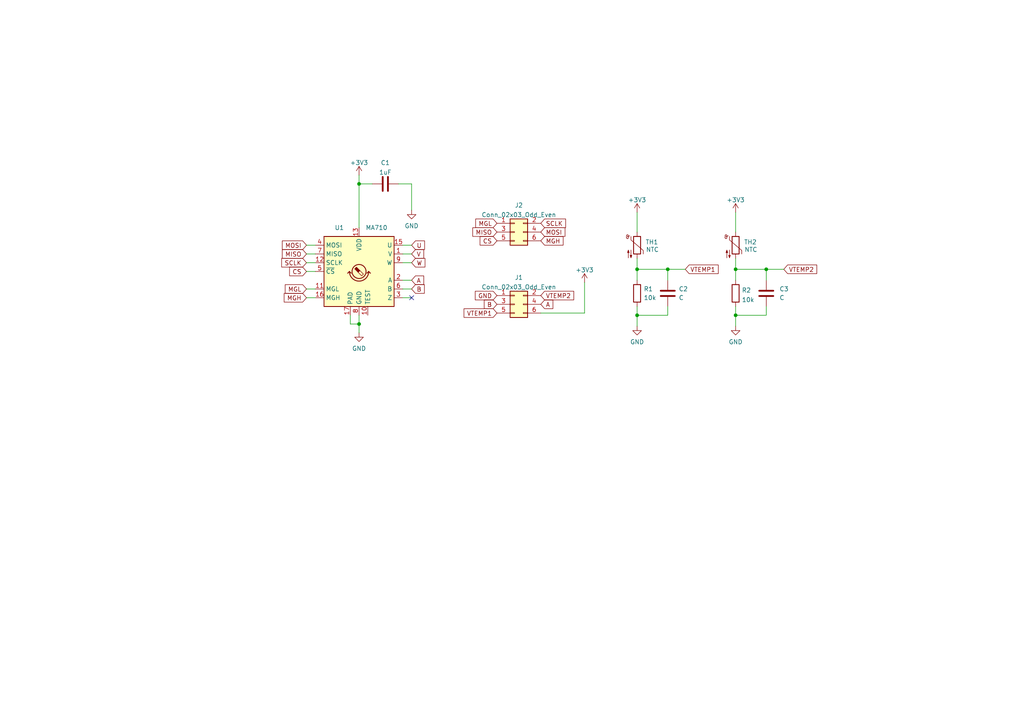
<source format=kicad_sch>
(kicad_sch (version 20211123) (generator eeschema)
  (paper "A4")
  (lib_symbols
    (symbol "Connector_Generic:Conn_02x03_Odd_Even" (pin_names (offset 1.016) hide)
      (property "Reference" "J" (at 1.27 5.08 0))
      (property "Value" "Conn_02x03_Odd_Even" (at 1.27 -5.08 0))
      (symbol "Conn_02x03_Odd_Even_1_1"
        (rectangle (start -1.27 -2.413) (end 0 -2.667) (stroke (width 0.1524)))
        (rectangle (start -1.27 0.127) (end 0 -0.127) (stroke (width 0.1524)))
        (rectangle (start -1.27 2.667) (end 0 2.413) (stroke (width 0.1524)))
        (rectangle (start -1.27 3.81) (end 3.81 -3.81) (stroke (width 0.254)) (fill (type background)))
        (rectangle (start 3.81 -2.413) (end 2.54 -2.667) (stroke (width 0.1524)))
        (rectangle (start 3.81 0.127) (end 2.54 -0.127) (stroke (width 0.1524)))
        (rectangle (start 3.81 2.667) (end 2.54 2.413) (stroke (width 0.1524)))
        (pin passive line (at -5.08 2.54 0) (length 3.81) (name "Pin_1") (number "1"))
        (pin passive line (at 7.62 2.54 180) (length 3.81) (name "Pin_2") (number "2"))
        (pin passive line (at -5.08 0 0) (length 3.81) (name "Pin_3") (number "3"))
        (pin passive line (at 7.62 0 180) (length 3.81) (name "Pin_4") (number "4"))
        (pin passive line (at -5.08 -2.54 0) (length 3.81) (name "Pin_5") (number "5"))
        (pin passive line (at 7.62 -2.54 180) (length 3.81) (name "Pin_6") (number "6"))
      )
    )
    (symbol "Device:C" (pin_numbers hide) (pin_names (offset 0.254))
      (property "Reference" "C" (at 0.635 2.54 0))
      (property "Value" "C" (at 0.635 -2.54 0))
      (symbol "C_0_1"
        (polyline (pts (xy -2.032 -0.762) (xy 2.032 -0.762)) (stroke (width 0.508)))
        (polyline (pts (xy -2.032 0.762) (xy 2.032 0.762)) (stroke (width 0.508)))
      )
      (symbol "C_1_1"
        (pin passive line (at 0 3.81 270) (length 2.794) (name "~") (number "1"))
        (pin passive line (at 0 -3.81 90) (length 2.794) (name "~") (number "2"))
      )
    )
    (symbol "Device:R" (pin_numbers hide) (pin_names (offset 0))
      (property "Reference" "R" (at 2.032 0 90))
      (property "Value" "R" (at 0 0 90))
      (symbol "R_0_1"
        (rectangle (start -1.016 -2.54) (end 1.016 2.54) (stroke (width 0.254)))
      )
      (symbol "R_1_1"
        (pin passive line (at 0 3.81 270) (length 1.27) (name "~") (number "1"))
        (pin passive line (at 0 -3.81 90) (length 1.27) (name "~") (number "2"))
      )
    )
    (symbol "Device:Thermistor_NTC" (pin_numbers hide) (pin_names (offset 0))
      (property "Reference" "TH" (at -4.445 0 90))
      (property "Value" "Thermistor_NTC" (at 3.175 0 90))
      (symbol "Thermistor_NTC_0_1"
        (arc (start -3.048 2.159) (mid -3.0505 2.3165) (end -3.175 2.413))
        (arc (start -3.048 2.159) (mid -2.9736 1.9794) (end -2.794 1.905))
        (arc (start -3.048 2.794) (mid -2.9736 2.6144) (end -2.794 2.54))
        (arc (start -2.794 1.905) (mid -2.6144 1.9794) (end -2.54 2.159))
        (arc (start -2.794 2.54) (mid -2.434 2.5608) (end -2.159 2.794))
        (arc (start -2.794 3.048) (mid -2.9736 2.9736) (end -3.048 2.794))
        (arc (start -2.54 2.794) (mid -2.6144 2.9736) (end -2.794 3.048))
        (rectangle (start -1.016 2.54) (end 1.016 -2.54) (stroke (width 0.254)))
        (polyline (pts (xy -2.54 2.159) (xy -2.54 2.794)))
        (polyline (pts (xy -1.778 2.54) (xy -1.778 1.524) (xy 1.778 -1.524) (xy 1.778 -2.54)))
        (polyline (pts (xy -2.54 -3.683) (xy -2.54 -1.397) (xy -2.794 -2.159) (xy -2.286 -2.159) (xy -2.54 -1.397) (xy -2.54 -1.651)) (fill (type outline)))
        (polyline (pts (xy -1.778 -1.397) (xy -1.778 -3.683) (xy -2.032 -2.921) (xy -1.524 -2.921) (xy -1.778 -3.683) (xy -1.778 -3.429)) (fill (type outline)))
      )
      (symbol "Thermistor_NTC_1_1"
        (pin passive line (at 0 3.81 270) (length 1.27) (name "~") (number "1"))
        (pin passive line (at 0 -3.81 90) (length 1.27) (name "~") (number "2"))
      )
    )
    (symbol "MA310:MA310"
      (property "Reference" "U" (at -10.16 11.43 0))
      (property "Value" "MA310" (at 10.16 11.43 0))
      (symbol "MA310_0_1"
        (rectangle (start -10.16 10.16) (end 10.16 -10.16) (stroke (width 0.254)) (fill (type background)))
        (arc (start -2.794 0) (mid 0 -2.794) (end 2.794 0) (stroke (width 0.254)))
        (polyline (pts (xy -2.794 0) (xy -3.302 -0.508)) (stroke (width 0.254)))
        (polyline (pts (xy -2.794 0) (xy -2.286 -0.508)) (stroke (width 0.254)))
        (polyline (pts (xy 2.794 0) (xy 2.286 -0.508)) (stroke (width 0.254)))
        (polyline (pts (xy 2.794 0) (xy 3.302 -0.508)) (stroke (width 0.254)))
      )
      (symbol "MA310_1_1"
        (polyline (pts (xy 0.254 0.254) (xy 1.27 -0.762) (xy 0.762 -1.27) (xy -0.254 -0.254)))
        (polyline (pts (xy -0.762 1.27) (xy 0.254 0.254) (xy -0.254 -0.254) (xy -1.27 0.762) (xy -1.016 1.016) (xy -0.762 1.27) (xy -0.635 1.143)) (fill (type outline)))
        (circle (center 0 0) (radius 2.032) (stroke (width 0.254)))
        (pin output line (at 12.7 5.08 180) (length 2.54) (name "V") (number "1"))
        (pin passive line (at 2.54 -12.7 90) (length 2.54) (name "TEST") (number "10"))
        (pin output line (at -12.7 -5.08 0) (length 2.54) (name "MGL") (number "11"))
        (pin input line (at -12.7 2.54 0) (length 2.54) (name "SCLK") (number "12"))
        (pin power_in line (at 0 12.7 270) (length 2.54) (name "VDD") (number "13"))
        (pin no_connect line (at 5.08 -10.16 90) (length 2.54) hide (name "NC") (number "14"))
        (pin input line (at 12.7 7.62 180) (length 2.54) (name "U") (number "15"))
        (pin output line (at -12.7 -7.62 0) (length 2.54) (name "MGH") (number "16"))
        (pin input line (at -2.54 -12.7 90) (length 2.54) (name "PAD") (number "17"))
        (pin output line (at 12.7 -2.54 180) (length 2.54) (name "A") (number "2"))
        (pin output line (at 12.7 -7.62 180) (length 2.54) (name "Z") (number "3"))
        (pin input line (at -12.7 7.62 0) (length 2.54) (name "MOSI") (number "4"))
        (pin input line (at -12.7 0 0) (length 2.54) (name "~{CS}") (number "5"))
        (pin output line (at 12.7 -5.08 180) (length 2.54) (name "B") (number "6"))
        (pin output line (at -12.7 5.08 0) (length 2.54) (name "MISO") (number "7"))
        (pin power_in line (at 0 -12.7 90) (length 2.54) (name "GND") (number "8"))
        (pin output line (at 12.7 2.54 180) (length 2.54) (name "W") (number "9"))
      )
    )
    (symbol "power:+3.3V" (power) (pin_names (offset 0))
      (property "Value" "+3.3V" (at 0 3.556 0))
      (symbol "+3.3V_0_1"
        (polyline (pts (xy -0.762 1.27) (xy 0 2.54)))
        (polyline (pts (xy 0 0) (xy 0 2.54)))
        (polyline (pts (xy 0 2.54) (xy 0.762 1.27)))
      )
      (symbol "+3.3V_1_1"
        (pin power_in line (at 0 0 90) (length 0) hide (name "+3V3") (number "1"))
      )
    )
    (symbol "power:GND" (power) (pin_names (offset 0))
      (property "Value" "GND" (at 0 -3.81 0))
      (symbol "GND_0_1"
        (polyline (pts (xy 0 0) (xy 0 -1.27) (xy 1.27 -1.27) (xy 0 -2.54) (xy -1.27 -1.27) (xy 0 -1.27)))
      )
      (symbol "GND_1_1"
        (pin power_in line (at 0 0 270) (length 0) hide (name "GND") (number "1"))
      )
    )
  )
  (junction (at 213.36 78.105))
  (junction (at 184.785 78.105))
  (junction (at 193.675 78.105))
  (junction (at 213.36 91.44))
  (junction (at 184.785 91.44))
  (junction (at 104.14 53.34))
  (junction (at 104.14 93.98))
  (junction (at 222.25 78.105))
  (no_connect (at 119.38 86.36))
  (wire (pts (xy 104.14 50.8) (xy 104.14 53.34)))
  (wire (pts (xy 184.785 91.44) (xy 184.785 94.615)))
  (wire (pts (xy 88.9 76.2) (xy 91.44 76.2)))
  (wire (pts (xy 213.36 91.44) (xy 213.36 94.615)))
  (wire (pts (xy 222.25 78.105) (xy 222.25 81.28)))
  (wire (pts (xy 184.785 78.105) (xy 193.675 78.105)))
  (wire (pts (xy 213.36 78.105) (xy 222.25 78.105)))
  (wire (pts (xy 116.84 83.82) (xy 119.38 83.82)))
  (wire (pts (xy 184.785 74.93) (xy 184.785 78.105)))
  (wire (pts (xy 104.14 53.34) (xy 104.14 66.04)))
  (wire (pts (xy 184.785 88.9) (xy 184.785 91.44)))
  (wire (pts (xy 116.84 86.36) (xy 119.38 86.36)))
  (wire (pts (xy 101.6 91.44) (xy 101.6 93.98)))
  (wire (pts (xy 101.6 93.98) (xy 104.14 93.98)))
  (wire (pts (xy 222.25 88.9) (xy 222.25 91.44)))
  (wire (pts (xy 169.545 81.915) (xy 169.545 90.805)))
  (wire (pts (xy 169.545 90.805) (xy 156.845 90.805)))
  (wire (pts (xy 88.9 73.66) (xy 91.44 73.66)))
  (wire (pts (xy 213.36 88.9) (xy 213.36 91.44)))
  (wire (pts (xy 104.14 53.34) (xy 107.95 53.34)))
  (wire (pts (xy 116.84 81.28) (xy 119.38 81.28)))
  (wire (pts (xy 88.9 71.12) (xy 91.44 71.12)))
  (wire (pts (xy 184.785 61.595) (xy 184.785 67.31)))
  (wire (pts (xy 213.36 78.105) (xy 213.36 81.28)))
  (wire (pts (xy 222.25 91.44) (xy 213.36 91.44)))
  (wire (pts (xy 222.25 78.105) (xy 227.33 78.105)))
  (wire (pts (xy 213.36 74.93) (xy 213.36 78.105)))
  (wire (pts (xy 115.57 53.34) (xy 119.38 53.34)))
  (wire (pts (xy 119.38 53.34) (xy 119.38 60.96)))
  (wire (pts (xy 116.84 76.2) (xy 119.38 76.2)))
  (wire (pts (xy 116.84 73.66) (xy 119.38 73.66)))
  (wire (pts (xy 184.785 78.105) (xy 184.785 81.28)))
  (wire (pts (xy 88.9 78.74) (xy 91.44 78.74)))
  (wire (pts (xy 193.675 78.105) (xy 193.675 81.28)))
  (wire (pts (xy 193.675 78.105) (xy 198.755 78.105)))
  (wire (pts (xy 88.9 86.36) (xy 91.44 86.36)))
  (wire (pts (xy 104.14 91.44) (xy 104.14 93.98)))
  (wire (pts (xy 104.14 93.98) (xy 104.14 96.52)))
  (wire (pts (xy 213.36 61.595) (xy 213.36 67.31)))
  (wire (pts (xy 193.675 91.44) (xy 184.785 91.44)))
  (wire (pts (xy 193.675 88.9) (xy 193.675 91.44)))
  (wire (pts (xy 88.9 83.82) (xy 91.44 83.82)))
  (wire (pts (xy 116.84 71.12) (xy 119.38 71.12)))
  (global_label "VTEMP2" (shape input) (at 156.845 85.725 0) (property "Intersheet References" "${INTERSHEET_REFS}" (effects hide)))
  (global_label "CS" (shape input) (at 144.145 69.85 180) (property "Intersheet References" "${INTERSHEET_REFS}" (effects hide)))
  (global_label "MGH" (shape input) (at 156.845 69.85 0) (property "Intersheet References" "${INTERSHEET_REFS}" (effects hide)))
  (global_label "SCLK" (shape input) (at 88.9 76.2 180) (property "Intersheet References" "${INTERSHEET_REFS}" (effects hide)))
  (global_label "GND" (shape input) (at 144.145 85.725 180) (property "Intersheet References" "${INTERSHEET_REFS}" (effects hide)))
  (global_label "VTEMP2" (shape input) (at 227.33 78.105 0) (property "Intersheet References" "${INTERSHEET_REFS}" (effects hide)))
  (global_label "A" (shape input) (at 156.845 88.265 0) (property "Intersheet References" "${INTERSHEET_REFS}" (effects hide)))
  (global_label "VTEMP1" (shape input) (at 198.755 78.105 0) (property "Intersheet References" "${INTERSHEET_REFS}" (effects hide)))
  (global_label "MGL" (shape input) (at 144.145 64.77 180) (property "Intersheet References" "${INTERSHEET_REFS}" (effects hide)))
  (global_label "MGH" (shape input) (at 88.9 86.36 180) (property "Intersheet References" "${INTERSHEET_REFS}" (effects hide)))
  (global_label "B" (shape input) (at 119.38 83.82 0) (property "Intersheet References" "${INTERSHEET_REFS}" (effects hide)))
  (global_label "MOSI" (shape input) (at 156.845 67.31 0) (property "Intersheet References" "${INTERSHEET_REFS}" (effects hide)))
  (global_label "VTEMP1" (shape input) (at 144.145 90.805 180) (property "Intersheet References" "${INTERSHEET_REFS}" (effects hide)))
  (global_label "MISO" (shape input) (at 144.145 67.31 180) (property "Intersheet References" "${INTERSHEET_REFS}" (effects hide)))
  (global_label "MGL" (shape input) (at 88.9 83.82 180) (property "Intersheet References" "${INTERSHEET_REFS}" (effects hide)))
  (global_label "W" (shape input) (at 119.38 76.2 0) (property "Intersheet References" "${INTERSHEET_REFS}" (effects hide)))
  (global_label "MISO" (shape input) (at 88.9 73.66 180) (property "Intersheet References" "${INTERSHEET_REFS}" (effects hide)))
  (global_label "SCLK" (shape input) (at 156.845 64.77 0) (property "Intersheet References" "${INTERSHEET_REFS}" (effects hide)))
  (global_label "V" (shape input) (at 119.38 73.66 0) (property "Intersheet References" "${INTERSHEET_REFS}" (effects hide)))
  (global_label "B" (shape input) (at 144.145 88.265 180) (property "Intersheet References" "${INTERSHEET_REFS}" (effects hide)))
  (global_label "U" (shape input) (at 119.38 71.12 0) (property "Intersheet References" "${INTERSHEET_REFS}" (effects hide)))
  (global_label "MOSI" (shape input) (at 88.9 71.12 180) (property "Intersheet References" "${INTERSHEET_REFS}" (effects hide)))
  (global_label "CS" (shape input) (at 88.9 78.74 180) (property "Intersheet References" "${INTERSHEET_REFS}" (effects hide)))
  (global_label "A" (shape input) (at 119.38 81.28 0) (property "Intersheet References" "${INTERSHEET_REFS}" (effects hide)))
  (symbol (lib_id "power:+3.3V") (at 104.14 50.8 0) (unit 1)
    (property "Reference" "#PWR0101" (effects hide))
    (property "Value" "+3.3V" (at 104.14 47.1954 0))
  )
  (symbol (lib_id "Device:Thermistor_NTC") (at 213.36 71.12 0) (unit 1)
    (property "Reference" "TH2" (at 215.7731 70.2115 0) (effects (justify left)))
    (property "Value" "NTC" (at 215.9 72.39 0) (effects (justify left)))
    (property "Footprint" "footprints:PinHeader_1x02_P2.54mm_Vertical" (effects hide))
  )
  (symbol (lib_id "power:GND") (at 213.36 94.615 0) (unit 1)
    (property "Reference" "#PWR0105" (effects hide))
    (property "Value" "GND" (at 213.36 99.1776 0))
  )
  (symbol (lib_id "Connector_Generic:Conn_02x03_Odd_Even") (at 149.225 67.31 0) (unit 1)
    (property "Reference" "J2" (at 150.495 59.5334 0))
    (property "Value" "Conn_02x03_Odd_Even" (at 150.495 62.3085 0))
    (property "Footprint" "Connector_PinSocket_2.54mm:PinSocket_2x03_P2.54mm_Vertical" (effects hide))
  )
  (symbol (lib_id "Device:Thermistor_NTC") (at 184.785 71.12 0) (unit 1)
    (property "Reference" "TH1" (at 187.1981 70.2115 0) (effects (justify left)))
    (property "Value" "NTC" (at 187.325 72.39 0) (effects (justify left)))
    (property "Footprint" "footprints:PinHeader_1x02_P2.54mm_Vertical" (effects hide))
  )
  (symbol (lib_id "power:+3.3V") (at 169.545 81.915 0) (unit 1)
    (property "Reference" "#PWR0103" (effects hide))
    (property "Value" "+3.3V" (at 169.545 78.3104 0))
  )
  (symbol (lib_id "Device:R") (at 213.36 85.09 0) (unit 1)
    (property "Reference" "R2" (at 215.1381 84.1815 0) (effects (justify left)))
    (property "Value" "10k" (at 215.1381 86.9566 0) (effects (justify left)))
    (property "Footprint" "footprints:R_0603_1608Metric_Pad0.98x0.95mm_HandSolder" (effects hide))
  )
  (symbol (lib_id "Device:C") (at 111.76 53.34 90) (unit 1)
    (property "Reference" "C1" (at 111.76 47.2144 90))
    (property "Value" "1uF" (at 111.76 49.9895 90))
    (property "Footprint" "footprints:C_0603_1608Metric_Pad1.08x0.95mm_HandSolder" (effects hide))
  )
  (symbol (lib_id "power:GND") (at 104.14 96.52 0) (unit 1)
    (property "Reference" "#PWR0102" (effects hide))
    (property "Value" "GND" (at 104.14 101.0826 0))
  )
  (symbol (lib_id "MA310:MA310") (at 104.14 78.74 0) (unit 1)
    (property "Reference" "U1" (at 98.425 66.04 0))
    (property "Value" "MA710" (at 109.22 66.04 0))
    (property "Footprint" "Package_DFN_QFN:VQFN-16-1EP_3x3mm_P0.5mm_EP1.8x1.8mm" (effects hide))
    (property "Datasheet" "https://www.monolithicpower.com/en/documentview/productdocument/index/version/2/document_type/Datasheet/lang/en/sku/MA310/document_id/3560/" (effects hide))
  )
  (symbol (lib_id "Connector_Generic:Conn_02x03_Odd_Even") (at 149.225 88.265 0) (unit 1)
    (property "Reference" "J1" (at 150.495 80.4884 0))
    (property "Value" "Conn_02x03_Odd_Even" (at 150.495 83.2635 0))
    (property "Footprint" "Connector_PinSocket_2.54mm:PinSocket_2x03_P2.54mm_Vertical" (effects hide))
  )
  (symbol (lib_id "power:+3.3V") (at 184.785 61.595 0) (unit 1)
    (property "Reference" "#PWR0107" (effects hide))
    (property "Value" "+3.3V" (at 184.785 57.9904 0))
  )
  (symbol (lib_id "Device:C") (at 193.675 85.09 0) (unit 1)
    (property "Reference" "C2" (at 196.85 83.8199 0) (effects (justify left)))
    (property "Value" "C" (at 196.85 86.3599 0) (effects (justify left)))
    (property "Footprint" "footprints:C_0603_1608Metric_Pad1.08x0.95mm_HandSolder" (effects hide))
  )
  (symbol (lib_id "power:+3.3V") (at 213.36 61.595 0) (unit 1)
    (property "Reference" "#PWR0104" (effects hide))
    (property "Value" "+3.3V" (at 213.36 57.9904 0))
  )
  (symbol (lib_id "power:GND") (at 119.38 60.96 0) (unit 1)
    (property "Reference" "#PWR01" (effects hide))
    (property "Value" "GND" (at 119.38 65.5226 0))
  )
  (symbol (lib_id "power:GND") (at 184.785 94.615 0) (unit 1)
    (property "Reference" "#PWR0106" (effects hide))
    (property "Value" "GND" (at 184.785 99.1776 0))
  )
  (symbol (lib_id "Device:C") (at 222.25 85.09 0) (unit 1)
    (property "Reference" "C3" (at 226.06 83.8199 0) (effects (justify left)))
    (property "Value" "C" (at 226.06 86.3599 0) (effects (justify left)))
    (property "Footprint" "footprints:C_0603_1608Metric_Pad1.08x0.95mm_HandSolder" (effects hide))
  )
  (symbol (lib_id "Device:R") (at 184.785 85.09 0) (unit 1)
    (property "Reference" "R1" (at 186.69 83.8199 0) (effects (justify left)))
    (property "Value" "10k" (at 186.69 86.3599 0) (effects (justify left)))
    (property "Footprint" "footprints:R_0603_1608Metric_Pad0.98x0.95mm_HandSolder" (effects hide))
  )
)
</source>
